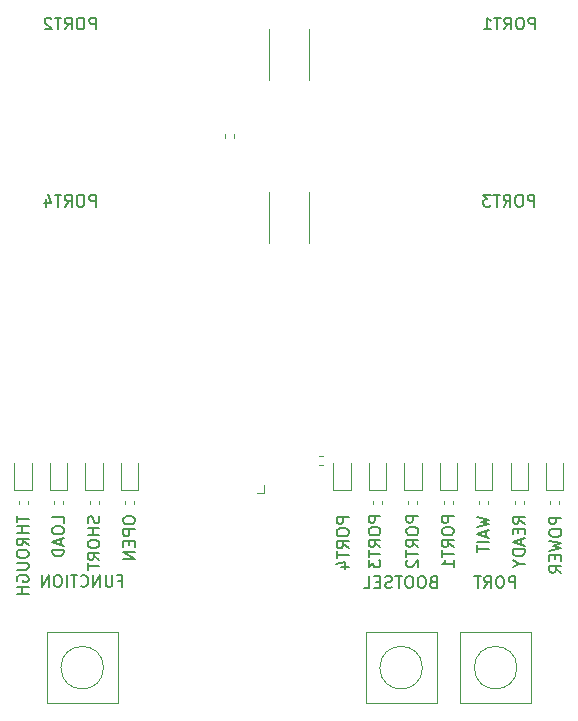
<source format=gbo>
G04 #@! TF.GenerationSoftware,KiCad,Pcbnew,7.0.8-7.0.8~ubuntu22.04.1*
G04 #@! TF.CreationDate,2023-11-30T18:16:29+01:00*
G04 #@! TF.ProjectId,LibreCAL,4c696272-6543-4414-9c2e-6b696361645f,B*
G04 #@! TF.SameCoordinates,Original*
G04 #@! TF.FileFunction,Legend,Bot*
G04 #@! TF.FilePolarity,Positive*
%FSLAX46Y46*%
G04 Gerber Fmt 4.6, Leading zero omitted, Abs format (unit mm)*
G04 Created by KiCad (PCBNEW 7.0.8-7.0.8~ubuntu22.04.1) date 2023-11-30 18:16:29*
%MOMM*%
%LPD*%
G01*
G04 APERTURE LIST*
%ADD10C,0.150000*%
%ADD11C,0.120000*%
G04 APERTURE END LIST*
D10*
X141454819Y-116657143D02*
X140454819Y-116657143D01*
X140454819Y-116657143D02*
X140454819Y-117038095D01*
X140454819Y-117038095D02*
X140502438Y-117133333D01*
X140502438Y-117133333D02*
X140550057Y-117180952D01*
X140550057Y-117180952D02*
X140645295Y-117228571D01*
X140645295Y-117228571D02*
X140788152Y-117228571D01*
X140788152Y-117228571D02*
X140883390Y-117180952D01*
X140883390Y-117180952D02*
X140931009Y-117133333D01*
X140931009Y-117133333D02*
X140978628Y-117038095D01*
X140978628Y-117038095D02*
X140978628Y-116657143D01*
X140454819Y-117847619D02*
X140454819Y-118038095D01*
X140454819Y-118038095D02*
X140502438Y-118133333D01*
X140502438Y-118133333D02*
X140597676Y-118228571D01*
X140597676Y-118228571D02*
X140788152Y-118276190D01*
X140788152Y-118276190D02*
X141121485Y-118276190D01*
X141121485Y-118276190D02*
X141311961Y-118228571D01*
X141311961Y-118228571D02*
X141407200Y-118133333D01*
X141407200Y-118133333D02*
X141454819Y-118038095D01*
X141454819Y-118038095D02*
X141454819Y-117847619D01*
X141454819Y-117847619D02*
X141407200Y-117752381D01*
X141407200Y-117752381D02*
X141311961Y-117657143D01*
X141311961Y-117657143D02*
X141121485Y-117609524D01*
X141121485Y-117609524D02*
X140788152Y-117609524D01*
X140788152Y-117609524D02*
X140597676Y-117657143D01*
X140597676Y-117657143D02*
X140502438Y-117752381D01*
X140502438Y-117752381D02*
X140454819Y-117847619D01*
X141454819Y-119276190D02*
X140978628Y-118942857D01*
X141454819Y-118704762D02*
X140454819Y-118704762D01*
X140454819Y-118704762D02*
X140454819Y-119085714D01*
X140454819Y-119085714D02*
X140502438Y-119180952D01*
X140502438Y-119180952D02*
X140550057Y-119228571D01*
X140550057Y-119228571D02*
X140645295Y-119276190D01*
X140645295Y-119276190D02*
X140788152Y-119276190D01*
X140788152Y-119276190D02*
X140883390Y-119228571D01*
X140883390Y-119228571D02*
X140931009Y-119180952D01*
X140931009Y-119180952D02*
X140978628Y-119085714D01*
X140978628Y-119085714D02*
X140978628Y-118704762D01*
X140454819Y-119561905D02*
X140454819Y-120133333D01*
X141454819Y-119847619D02*
X140454819Y-119847619D01*
X141454819Y-120990476D02*
X141454819Y-120419048D01*
X141454819Y-120704762D02*
X140454819Y-120704762D01*
X140454819Y-120704762D02*
X140597676Y-120609524D01*
X140597676Y-120609524D02*
X140692914Y-120514286D01*
X140692914Y-120514286D02*
X140740533Y-120419048D01*
X146666666Y-122754819D02*
X146666666Y-121754819D01*
X146666666Y-121754819D02*
X146285714Y-121754819D01*
X146285714Y-121754819D02*
X146190476Y-121802438D01*
X146190476Y-121802438D02*
X146142857Y-121850057D01*
X146142857Y-121850057D02*
X146095238Y-121945295D01*
X146095238Y-121945295D02*
X146095238Y-122088152D01*
X146095238Y-122088152D02*
X146142857Y-122183390D01*
X146142857Y-122183390D02*
X146190476Y-122231009D01*
X146190476Y-122231009D02*
X146285714Y-122278628D01*
X146285714Y-122278628D02*
X146666666Y-122278628D01*
X145476190Y-121754819D02*
X145285714Y-121754819D01*
X145285714Y-121754819D02*
X145190476Y-121802438D01*
X145190476Y-121802438D02*
X145095238Y-121897676D01*
X145095238Y-121897676D02*
X145047619Y-122088152D01*
X145047619Y-122088152D02*
X145047619Y-122421485D01*
X145047619Y-122421485D02*
X145095238Y-122611961D01*
X145095238Y-122611961D02*
X145190476Y-122707200D01*
X145190476Y-122707200D02*
X145285714Y-122754819D01*
X145285714Y-122754819D02*
X145476190Y-122754819D01*
X145476190Y-122754819D02*
X145571428Y-122707200D01*
X145571428Y-122707200D02*
X145666666Y-122611961D01*
X145666666Y-122611961D02*
X145714285Y-122421485D01*
X145714285Y-122421485D02*
X145714285Y-122088152D01*
X145714285Y-122088152D02*
X145666666Y-121897676D01*
X145666666Y-121897676D02*
X145571428Y-121802438D01*
X145571428Y-121802438D02*
X145476190Y-121754819D01*
X144047619Y-122754819D02*
X144380952Y-122278628D01*
X144619047Y-122754819D02*
X144619047Y-121754819D01*
X144619047Y-121754819D02*
X144238095Y-121754819D01*
X144238095Y-121754819D02*
X144142857Y-121802438D01*
X144142857Y-121802438D02*
X144095238Y-121850057D01*
X144095238Y-121850057D02*
X144047619Y-121945295D01*
X144047619Y-121945295D02*
X144047619Y-122088152D01*
X144047619Y-122088152D02*
X144095238Y-122183390D01*
X144095238Y-122183390D02*
X144142857Y-122231009D01*
X144142857Y-122231009D02*
X144238095Y-122278628D01*
X144238095Y-122278628D02*
X144619047Y-122278628D01*
X143761904Y-121754819D02*
X143190476Y-121754819D01*
X143476190Y-122754819D02*
X143476190Y-121754819D01*
X132554819Y-116757143D02*
X131554819Y-116757143D01*
X131554819Y-116757143D02*
X131554819Y-117138095D01*
X131554819Y-117138095D02*
X131602438Y-117233333D01*
X131602438Y-117233333D02*
X131650057Y-117280952D01*
X131650057Y-117280952D02*
X131745295Y-117328571D01*
X131745295Y-117328571D02*
X131888152Y-117328571D01*
X131888152Y-117328571D02*
X131983390Y-117280952D01*
X131983390Y-117280952D02*
X132031009Y-117233333D01*
X132031009Y-117233333D02*
X132078628Y-117138095D01*
X132078628Y-117138095D02*
X132078628Y-116757143D01*
X131554819Y-117947619D02*
X131554819Y-118138095D01*
X131554819Y-118138095D02*
X131602438Y-118233333D01*
X131602438Y-118233333D02*
X131697676Y-118328571D01*
X131697676Y-118328571D02*
X131888152Y-118376190D01*
X131888152Y-118376190D02*
X132221485Y-118376190D01*
X132221485Y-118376190D02*
X132411961Y-118328571D01*
X132411961Y-118328571D02*
X132507200Y-118233333D01*
X132507200Y-118233333D02*
X132554819Y-118138095D01*
X132554819Y-118138095D02*
X132554819Y-117947619D01*
X132554819Y-117947619D02*
X132507200Y-117852381D01*
X132507200Y-117852381D02*
X132411961Y-117757143D01*
X132411961Y-117757143D02*
X132221485Y-117709524D01*
X132221485Y-117709524D02*
X131888152Y-117709524D01*
X131888152Y-117709524D02*
X131697676Y-117757143D01*
X131697676Y-117757143D02*
X131602438Y-117852381D01*
X131602438Y-117852381D02*
X131554819Y-117947619D01*
X132554819Y-119376190D02*
X132078628Y-119042857D01*
X132554819Y-118804762D02*
X131554819Y-118804762D01*
X131554819Y-118804762D02*
X131554819Y-119185714D01*
X131554819Y-119185714D02*
X131602438Y-119280952D01*
X131602438Y-119280952D02*
X131650057Y-119328571D01*
X131650057Y-119328571D02*
X131745295Y-119376190D01*
X131745295Y-119376190D02*
X131888152Y-119376190D01*
X131888152Y-119376190D02*
X131983390Y-119328571D01*
X131983390Y-119328571D02*
X132031009Y-119280952D01*
X132031009Y-119280952D02*
X132078628Y-119185714D01*
X132078628Y-119185714D02*
X132078628Y-118804762D01*
X131554819Y-119661905D02*
X131554819Y-120233333D01*
X132554819Y-119947619D02*
X131554819Y-119947619D01*
X131888152Y-120995238D02*
X132554819Y-120995238D01*
X131507200Y-120757143D02*
X132221485Y-120519048D01*
X132221485Y-120519048D02*
X132221485Y-121138095D01*
X104454819Y-116619048D02*
X104454819Y-117190476D01*
X105454819Y-116904762D02*
X104454819Y-116904762D01*
X105454819Y-117523810D02*
X104454819Y-117523810D01*
X104931009Y-117523810D02*
X104931009Y-118095238D01*
X105454819Y-118095238D02*
X104454819Y-118095238D01*
X105454819Y-119142857D02*
X104978628Y-118809524D01*
X105454819Y-118571429D02*
X104454819Y-118571429D01*
X104454819Y-118571429D02*
X104454819Y-118952381D01*
X104454819Y-118952381D02*
X104502438Y-119047619D01*
X104502438Y-119047619D02*
X104550057Y-119095238D01*
X104550057Y-119095238D02*
X104645295Y-119142857D01*
X104645295Y-119142857D02*
X104788152Y-119142857D01*
X104788152Y-119142857D02*
X104883390Y-119095238D01*
X104883390Y-119095238D02*
X104931009Y-119047619D01*
X104931009Y-119047619D02*
X104978628Y-118952381D01*
X104978628Y-118952381D02*
X104978628Y-118571429D01*
X104454819Y-119761905D02*
X104454819Y-119952381D01*
X104454819Y-119952381D02*
X104502438Y-120047619D01*
X104502438Y-120047619D02*
X104597676Y-120142857D01*
X104597676Y-120142857D02*
X104788152Y-120190476D01*
X104788152Y-120190476D02*
X105121485Y-120190476D01*
X105121485Y-120190476D02*
X105311961Y-120142857D01*
X105311961Y-120142857D02*
X105407200Y-120047619D01*
X105407200Y-120047619D02*
X105454819Y-119952381D01*
X105454819Y-119952381D02*
X105454819Y-119761905D01*
X105454819Y-119761905D02*
X105407200Y-119666667D01*
X105407200Y-119666667D02*
X105311961Y-119571429D01*
X105311961Y-119571429D02*
X105121485Y-119523810D01*
X105121485Y-119523810D02*
X104788152Y-119523810D01*
X104788152Y-119523810D02*
X104597676Y-119571429D01*
X104597676Y-119571429D02*
X104502438Y-119666667D01*
X104502438Y-119666667D02*
X104454819Y-119761905D01*
X104454819Y-120619048D02*
X105264342Y-120619048D01*
X105264342Y-120619048D02*
X105359580Y-120666667D01*
X105359580Y-120666667D02*
X105407200Y-120714286D01*
X105407200Y-120714286D02*
X105454819Y-120809524D01*
X105454819Y-120809524D02*
X105454819Y-121000000D01*
X105454819Y-121000000D02*
X105407200Y-121095238D01*
X105407200Y-121095238D02*
X105359580Y-121142857D01*
X105359580Y-121142857D02*
X105264342Y-121190476D01*
X105264342Y-121190476D02*
X104454819Y-121190476D01*
X104502438Y-122190476D02*
X104454819Y-122095238D01*
X104454819Y-122095238D02*
X104454819Y-121952381D01*
X104454819Y-121952381D02*
X104502438Y-121809524D01*
X104502438Y-121809524D02*
X104597676Y-121714286D01*
X104597676Y-121714286D02*
X104692914Y-121666667D01*
X104692914Y-121666667D02*
X104883390Y-121619048D01*
X104883390Y-121619048D02*
X105026247Y-121619048D01*
X105026247Y-121619048D02*
X105216723Y-121666667D01*
X105216723Y-121666667D02*
X105311961Y-121714286D01*
X105311961Y-121714286D02*
X105407200Y-121809524D01*
X105407200Y-121809524D02*
X105454819Y-121952381D01*
X105454819Y-121952381D02*
X105454819Y-122047619D01*
X105454819Y-122047619D02*
X105407200Y-122190476D01*
X105407200Y-122190476D02*
X105359580Y-122238095D01*
X105359580Y-122238095D02*
X105026247Y-122238095D01*
X105026247Y-122238095D02*
X105026247Y-122047619D01*
X105454819Y-122666667D02*
X104454819Y-122666667D01*
X104931009Y-122666667D02*
X104931009Y-123238095D01*
X105454819Y-123238095D02*
X104454819Y-123238095D01*
X143454819Y-116723810D02*
X144454819Y-116961905D01*
X144454819Y-116961905D02*
X143740533Y-117152381D01*
X143740533Y-117152381D02*
X144454819Y-117342857D01*
X144454819Y-117342857D02*
X143454819Y-117580953D01*
X144169104Y-117914286D02*
X144169104Y-118390476D01*
X144454819Y-117819048D02*
X143454819Y-118152381D01*
X143454819Y-118152381D02*
X144454819Y-118485714D01*
X144454819Y-118819048D02*
X143454819Y-118819048D01*
X143454819Y-119152381D02*
X143454819Y-119723809D01*
X144454819Y-119438095D02*
X143454819Y-119438095D01*
X111407200Y-116685714D02*
X111454819Y-116828571D01*
X111454819Y-116828571D02*
X111454819Y-117066666D01*
X111454819Y-117066666D02*
X111407200Y-117161904D01*
X111407200Y-117161904D02*
X111359580Y-117209523D01*
X111359580Y-117209523D02*
X111264342Y-117257142D01*
X111264342Y-117257142D02*
X111169104Y-117257142D01*
X111169104Y-117257142D02*
X111073866Y-117209523D01*
X111073866Y-117209523D02*
X111026247Y-117161904D01*
X111026247Y-117161904D02*
X110978628Y-117066666D01*
X110978628Y-117066666D02*
X110931009Y-116876190D01*
X110931009Y-116876190D02*
X110883390Y-116780952D01*
X110883390Y-116780952D02*
X110835771Y-116733333D01*
X110835771Y-116733333D02*
X110740533Y-116685714D01*
X110740533Y-116685714D02*
X110645295Y-116685714D01*
X110645295Y-116685714D02*
X110550057Y-116733333D01*
X110550057Y-116733333D02*
X110502438Y-116780952D01*
X110502438Y-116780952D02*
X110454819Y-116876190D01*
X110454819Y-116876190D02*
X110454819Y-117114285D01*
X110454819Y-117114285D02*
X110502438Y-117257142D01*
X111454819Y-117685714D02*
X110454819Y-117685714D01*
X110931009Y-117685714D02*
X110931009Y-118257142D01*
X111454819Y-118257142D02*
X110454819Y-118257142D01*
X110454819Y-118923809D02*
X110454819Y-119114285D01*
X110454819Y-119114285D02*
X110502438Y-119209523D01*
X110502438Y-119209523D02*
X110597676Y-119304761D01*
X110597676Y-119304761D02*
X110788152Y-119352380D01*
X110788152Y-119352380D02*
X111121485Y-119352380D01*
X111121485Y-119352380D02*
X111311961Y-119304761D01*
X111311961Y-119304761D02*
X111407200Y-119209523D01*
X111407200Y-119209523D02*
X111454819Y-119114285D01*
X111454819Y-119114285D02*
X111454819Y-118923809D01*
X111454819Y-118923809D02*
X111407200Y-118828571D01*
X111407200Y-118828571D02*
X111311961Y-118733333D01*
X111311961Y-118733333D02*
X111121485Y-118685714D01*
X111121485Y-118685714D02*
X110788152Y-118685714D01*
X110788152Y-118685714D02*
X110597676Y-118733333D01*
X110597676Y-118733333D02*
X110502438Y-118828571D01*
X110502438Y-118828571D02*
X110454819Y-118923809D01*
X111454819Y-120352380D02*
X110978628Y-120019047D01*
X111454819Y-119780952D02*
X110454819Y-119780952D01*
X110454819Y-119780952D02*
X110454819Y-120161904D01*
X110454819Y-120161904D02*
X110502438Y-120257142D01*
X110502438Y-120257142D02*
X110550057Y-120304761D01*
X110550057Y-120304761D02*
X110645295Y-120352380D01*
X110645295Y-120352380D02*
X110788152Y-120352380D01*
X110788152Y-120352380D02*
X110883390Y-120304761D01*
X110883390Y-120304761D02*
X110931009Y-120257142D01*
X110931009Y-120257142D02*
X110978628Y-120161904D01*
X110978628Y-120161904D02*
X110978628Y-119780952D01*
X110454819Y-120638095D02*
X110454819Y-121209523D01*
X111454819Y-120923809D02*
X110454819Y-120923809D01*
X138454819Y-116657143D02*
X137454819Y-116657143D01*
X137454819Y-116657143D02*
X137454819Y-117038095D01*
X137454819Y-117038095D02*
X137502438Y-117133333D01*
X137502438Y-117133333D02*
X137550057Y-117180952D01*
X137550057Y-117180952D02*
X137645295Y-117228571D01*
X137645295Y-117228571D02*
X137788152Y-117228571D01*
X137788152Y-117228571D02*
X137883390Y-117180952D01*
X137883390Y-117180952D02*
X137931009Y-117133333D01*
X137931009Y-117133333D02*
X137978628Y-117038095D01*
X137978628Y-117038095D02*
X137978628Y-116657143D01*
X137454819Y-117847619D02*
X137454819Y-118038095D01*
X137454819Y-118038095D02*
X137502438Y-118133333D01*
X137502438Y-118133333D02*
X137597676Y-118228571D01*
X137597676Y-118228571D02*
X137788152Y-118276190D01*
X137788152Y-118276190D02*
X138121485Y-118276190D01*
X138121485Y-118276190D02*
X138311961Y-118228571D01*
X138311961Y-118228571D02*
X138407200Y-118133333D01*
X138407200Y-118133333D02*
X138454819Y-118038095D01*
X138454819Y-118038095D02*
X138454819Y-117847619D01*
X138454819Y-117847619D02*
X138407200Y-117752381D01*
X138407200Y-117752381D02*
X138311961Y-117657143D01*
X138311961Y-117657143D02*
X138121485Y-117609524D01*
X138121485Y-117609524D02*
X137788152Y-117609524D01*
X137788152Y-117609524D02*
X137597676Y-117657143D01*
X137597676Y-117657143D02*
X137502438Y-117752381D01*
X137502438Y-117752381D02*
X137454819Y-117847619D01*
X138454819Y-119276190D02*
X137978628Y-118942857D01*
X138454819Y-118704762D02*
X137454819Y-118704762D01*
X137454819Y-118704762D02*
X137454819Y-119085714D01*
X137454819Y-119085714D02*
X137502438Y-119180952D01*
X137502438Y-119180952D02*
X137550057Y-119228571D01*
X137550057Y-119228571D02*
X137645295Y-119276190D01*
X137645295Y-119276190D02*
X137788152Y-119276190D01*
X137788152Y-119276190D02*
X137883390Y-119228571D01*
X137883390Y-119228571D02*
X137931009Y-119180952D01*
X137931009Y-119180952D02*
X137978628Y-119085714D01*
X137978628Y-119085714D02*
X137978628Y-118704762D01*
X137454819Y-119561905D02*
X137454819Y-120133333D01*
X138454819Y-119847619D02*
X137454819Y-119847619D01*
X137550057Y-120419048D02*
X137502438Y-120466667D01*
X137502438Y-120466667D02*
X137454819Y-120561905D01*
X137454819Y-120561905D02*
X137454819Y-120800000D01*
X137454819Y-120800000D02*
X137502438Y-120895238D01*
X137502438Y-120895238D02*
X137550057Y-120942857D01*
X137550057Y-120942857D02*
X137645295Y-120990476D01*
X137645295Y-120990476D02*
X137740533Y-120990476D01*
X137740533Y-120990476D02*
X137883390Y-120942857D01*
X137883390Y-120942857D02*
X138454819Y-120371429D01*
X138454819Y-120371429D02*
X138454819Y-120990476D01*
X108454819Y-117257142D02*
X108454819Y-116780952D01*
X108454819Y-116780952D02*
X107454819Y-116780952D01*
X107454819Y-117780952D02*
X107454819Y-117971428D01*
X107454819Y-117971428D02*
X107502438Y-118066666D01*
X107502438Y-118066666D02*
X107597676Y-118161904D01*
X107597676Y-118161904D02*
X107788152Y-118209523D01*
X107788152Y-118209523D02*
X108121485Y-118209523D01*
X108121485Y-118209523D02*
X108311961Y-118161904D01*
X108311961Y-118161904D02*
X108407200Y-118066666D01*
X108407200Y-118066666D02*
X108454819Y-117971428D01*
X108454819Y-117971428D02*
X108454819Y-117780952D01*
X108454819Y-117780952D02*
X108407200Y-117685714D01*
X108407200Y-117685714D02*
X108311961Y-117590476D01*
X108311961Y-117590476D02*
X108121485Y-117542857D01*
X108121485Y-117542857D02*
X107788152Y-117542857D01*
X107788152Y-117542857D02*
X107597676Y-117590476D01*
X107597676Y-117590476D02*
X107502438Y-117685714D01*
X107502438Y-117685714D02*
X107454819Y-117780952D01*
X108169104Y-118590476D02*
X108169104Y-119066666D01*
X108454819Y-118495238D02*
X107454819Y-118828571D01*
X107454819Y-118828571D02*
X108454819Y-119161904D01*
X108454819Y-119495238D02*
X107454819Y-119495238D01*
X107454819Y-119495238D02*
X107454819Y-119733333D01*
X107454819Y-119733333D02*
X107502438Y-119876190D01*
X107502438Y-119876190D02*
X107597676Y-119971428D01*
X107597676Y-119971428D02*
X107692914Y-120019047D01*
X107692914Y-120019047D02*
X107883390Y-120066666D01*
X107883390Y-120066666D02*
X108026247Y-120066666D01*
X108026247Y-120066666D02*
X108216723Y-120019047D01*
X108216723Y-120019047D02*
X108311961Y-119971428D01*
X108311961Y-119971428D02*
X108407200Y-119876190D01*
X108407200Y-119876190D02*
X108454819Y-119733333D01*
X108454819Y-119733333D02*
X108454819Y-119495238D01*
X113454819Y-116928571D02*
X113454819Y-117119047D01*
X113454819Y-117119047D02*
X113502438Y-117214285D01*
X113502438Y-117214285D02*
X113597676Y-117309523D01*
X113597676Y-117309523D02*
X113788152Y-117357142D01*
X113788152Y-117357142D02*
X114121485Y-117357142D01*
X114121485Y-117357142D02*
X114311961Y-117309523D01*
X114311961Y-117309523D02*
X114407200Y-117214285D01*
X114407200Y-117214285D02*
X114454819Y-117119047D01*
X114454819Y-117119047D02*
X114454819Y-116928571D01*
X114454819Y-116928571D02*
X114407200Y-116833333D01*
X114407200Y-116833333D02*
X114311961Y-116738095D01*
X114311961Y-116738095D02*
X114121485Y-116690476D01*
X114121485Y-116690476D02*
X113788152Y-116690476D01*
X113788152Y-116690476D02*
X113597676Y-116738095D01*
X113597676Y-116738095D02*
X113502438Y-116833333D01*
X113502438Y-116833333D02*
X113454819Y-116928571D01*
X114454819Y-117785714D02*
X113454819Y-117785714D01*
X113454819Y-117785714D02*
X113454819Y-118166666D01*
X113454819Y-118166666D02*
X113502438Y-118261904D01*
X113502438Y-118261904D02*
X113550057Y-118309523D01*
X113550057Y-118309523D02*
X113645295Y-118357142D01*
X113645295Y-118357142D02*
X113788152Y-118357142D01*
X113788152Y-118357142D02*
X113883390Y-118309523D01*
X113883390Y-118309523D02*
X113931009Y-118261904D01*
X113931009Y-118261904D02*
X113978628Y-118166666D01*
X113978628Y-118166666D02*
X113978628Y-117785714D01*
X113931009Y-118785714D02*
X113931009Y-119119047D01*
X114454819Y-119261904D02*
X114454819Y-118785714D01*
X114454819Y-118785714D02*
X113454819Y-118785714D01*
X113454819Y-118785714D02*
X113454819Y-119261904D01*
X114454819Y-119690476D02*
X113454819Y-119690476D01*
X113454819Y-119690476D02*
X114454819Y-120261904D01*
X114454819Y-120261904D02*
X113454819Y-120261904D01*
X148342856Y-75454819D02*
X148342856Y-74454819D01*
X148342856Y-74454819D02*
X147961904Y-74454819D01*
X147961904Y-74454819D02*
X147866666Y-74502438D01*
X147866666Y-74502438D02*
X147819047Y-74550057D01*
X147819047Y-74550057D02*
X147771428Y-74645295D01*
X147771428Y-74645295D02*
X147771428Y-74788152D01*
X147771428Y-74788152D02*
X147819047Y-74883390D01*
X147819047Y-74883390D02*
X147866666Y-74931009D01*
X147866666Y-74931009D02*
X147961904Y-74978628D01*
X147961904Y-74978628D02*
X148342856Y-74978628D01*
X147152380Y-74454819D02*
X146961904Y-74454819D01*
X146961904Y-74454819D02*
X146866666Y-74502438D01*
X146866666Y-74502438D02*
X146771428Y-74597676D01*
X146771428Y-74597676D02*
X146723809Y-74788152D01*
X146723809Y-74788152D02*
X146723809Y-75121485D01*
X146723809Y-75121485D02*
X146771428Y-75311961D01*
X146771428Y-75311961D02*
X146866666Y-75407200D01*
X146866666Y-75407200D02*
X146961904Y-75454819D01*
X146961904Y-75454819D02*
X147152380Y-75454819D01*
X147152380Y-75454819D02*
X147247618Y-75407200D01*
X147247618Y-75407200D02*
X147342856Y-75311961D01*
X147342856Y-75311961D02*
X147390475Y-75121485D01*
X147390475Y-75121485D02*
X147390475Y-74788152D01*
X147390475Y-74788152D02*
X147342856Y-74597676D01*
X147342856Y-74597676D02*
X147247618Y-74502438D01*
X147247618Y-74502438D02*
X147152380Y-74454819D01*
X145723809Y-75454819D02*
X146057142Y-74978628D01*
X146295237Y-75454819D02*
X146295237Y-74454819D01*
X146295237Y-74454819D02*
X145914285Y-74454819D01*
X145914285Y-74454819D02*
X145819047Y-74502438D01*
X145819047Y-74502438D02*
X145771428Y-74550057D01*
X145771428Y-74550057D02*
X145723809Y-74645295D01*
X145723809Y-74645295D02*
X145723809Y-74788152D01*
X145723809Y-74788152D02*
X145771428Y-74883390D01*
X145771428Y-74883390D02*
X145819047Y-74931009D01*
X145819047Y-74931009D02*
X145914285Y-74978628D01*
X145914285Y-74978628D02*
X146295237Y-74978628D01*
X145438094Y-74454819D02*
X144866666Y-74454819D01*
X145152380Y-75454819D02*
X145152380Y-74454819D01*
X144009523Y-75454819D02*
X144580951Y-75454819D01*
X144295237Y-75454819D02*
X144295237Y-74454819D01*
X144295237Y-74454819D02*
X144390475Y-74597676D01*
X144390475Y-74597676D02*
X144485713Y-74692914D01*
X144485713Y-74692914D02*
X144580951Y-74740533D01*
X150554819Y-116790476D02*
X149554819Y-116790476D01*
X149554819Y-116790476D02*
X149554819Y-117171428D01*
X149554819Y-117171428D02*
X149602438Y-117266666D01*
X149602438Y-117266666D02*
X149650057Y-117314285D01*
X149650057Y-117314285D02*
X149745295Y-117361904D01*
X149745295Y-117361904D02*
X149888152Y-117361904D01*
X149888152Y-117361904D02*
X149983390Y-117314285D01*
X149983390Y-117314285D02*
X150031009Y-117266666D01*
X150031009Y-117266666D02*
X150078628Y-117171428D01*
X150078628Y-117171428D02*
X150078628Y-116790476D01*
X149554819Y-117980952D02*
X149554819Y-118171428D01*
X149554819Y-118171428D02*
X149602438Y-118266666D01*
X149602438Y-118266666D02*
X149697676Y-118361904D01*
X149697676Y-118361904D02*
X149888152Y-118409523D01*
X149888152Y-118409523D02*
X150221485Y-118409523D01*
X150221485Y-118409523D02*
X150411961Y-118361904D01*
X150411961Y-118361904D02*
X150507200Y-118266666D01*
X150507200Y-118266666D02*
X150554819Y-118171428D01*
X150554819Y-118171428D02*
X150554819Y-117980952D01*
X150554819Y-117980952D02*
X150507200Y-117885714D01*
X150507200Y-117885714D02*
X150411961Y-117790476D01*
X150411961Y-117790476D02*
X150221485Y-117742857D01*
X150221485Y-117742857D02*
X149888152Y-117742857D01*
X149888152Y-117742857D02*
X149697676Y-117790476D01*
X149697676Y-117790476D02*
X149602438Y-117885714D01*
X149602438Y-117885714D02*
X149554819Y-117980952D01*
X149554819Y-118742857D02*
X150554819Y-118980952D01*
X150554819Y-118980952D02*
X149840533Y-119171428D01*
X149840533Y-119171428D02*
X150554819Y-119361904D01*
X150554819Y-119361904D02*
X149554819Y-119600000D01*
X150031009Y-119980952D02*
X150031009Y-120314285D01*
X150554819Y-120457142D02*
X150554819Y-119980952D01*
X150554819Y-119980952D02*
X149554819Y-119980952D01*
X149554819Y-119980952D02*
X149554819Y-120457142D01*
X150554819Y-121457142D02*
X150078628Y-121123809D01*
X150554819Y-120885714D02*
X149554819Y-120885714D01*
X149554819Y-120885714D02*
X149554819Y-121266666D01*
X149554819Y-121266666D02*
X149602438Y-121361904D01*
X149602438Y-121361904D02*
X149650057Y-121409523D01*
X149650057Y-121409523D02*
X149745295Y-121457142D01*
X149745295Y-121457142D02*
X149888152Y-121457142D01*
X149888152Y-121457142D02*
X149983390Y-121409523D01*
X149983390Y-121409523D02*
X150031009Y-121361904D01*
X150031009Y-121361904D02*
X150078628Y-121266666D01*
X150078628Y-121266666D02*
X150078628Y-120885714D01*
X111142856Y-90454819D02*
X111142856Y-89454819D01*
X111142856Y-89454819D02*
X110761904Y-89454819D01*
X110761904Y-89454819D02*
X110666666Y-89502438D01*
X110666666Y-89502438D02*
X110619047Y-89550057D01*
X110619047Y-89550057D02*
X110571428Y-89645295D01*
X110571428Y-89645295D02*
X110571428Y-89788152D01*
X110571428Y-89788152D02*
X110619047Y-89883390D01*
X110619047Y-89883390D02*
X110666666Y-89931009D01*
X110666666Y-89931009D02*
X110761904Y-89978628D01*
X110761904Y-89978628D02*
X111142856Y-89978628D01*
X109952380Y-89454819D02*
X109761904Y-89454819D01*
X109761904Y-89454819D02*
X109666666Y-89502438D01*
X109666666Y-89502438D02*
X109571428Y-89597676D01*
X109571428Y-89597676D02*
X109523809Y-89788152D01*
X109523809Y-89788152D02*
X109523809Y-90121485D01*
X109523809Y-90121485D02*
X109571428Y-90311961D01*
X109571428Y-90311961D02*
X109666666Y-90407200D01*
X109666666Y-90407200D02*
X109761904Y-90454819D01*
X109761904Y-90454819D02*
X109952380Y-90454819D01*
X109952380Y-90454819D02*
X110047618Y-90407200D01*
X110047618Y-90407200D02*
X110142856Y-90311961D01*
X110142856Y-90311961D02*
X110190475Y-90121485D01*
X110190475Y-90121485D02*
X110190475Y-89788152D01*
X110190475Y-89788152D02*
X110142856Y-89597676D01*
X110142856Y-89597676D02*
X110047618Y-89502438D01*
X110047618Y-89502438D02*
X109952380Y-89454819D01*
X108523809Y-90454819D02*
X108857142Y-89978628D01*
X109095237Y-90454819D02*
X109095237Y-89454819D01*
X109095237Y-89454819D02*
X108714285Y-89454819D01*
X108714285Y-89454819D02*
X108619047Y-89502438D01*
X108619047Y-89502438D02*
X108571428Y-89550057D01*
X108571428Y-89550057D02*
X108523809Y-89645295D01*
X108523809Y-89645295D02*
X108523809Y-89788152D01*
X108523809Y-89788152D02*
X108571428Y-89883390D01*
X108571428Y-89883390D02*
X108619047Y-89931009D01*
X108619047Y-89931009D02*
X108714285Y-89978628D01*
X108714285Y-89978628D02*
X109095237Y-89978628D01*
X108238094Y-89454819D02*
X107666666Y-89454819D01*
X107952380Y-90454819D02*
X107952380Y-89454819D01*
X106904761Y-89788152D02*
X106904761Y-90454819D01*
X107142856Y-89407200D02*
X107380951Y-90121485D01*
X107380951Y-90121485D02*
X106761904Y-90121485D01*
X147454819Y-117299999D02*
X146978628Y-116966666D01*
X147454819Y-116728571D02*
X146454819Y-116728571D01*
X146454819Y-116728571D02*
X146454819Y-117109523D01*
X146454819Y-117109523D02*
X146502438Y-117204761D01*
X146502438Y-117204761D02*
X146550057Y-117252380D01*
X146550057Y-117252380D02*
X146645295Y-117299999D01*
X146645295Y-117299999D02*
X146788152Y-117299999D01*
X146788152Y-117299999D02*
X146883390Y-117252380D01*
X146883390Y-117252380D02*
X146931009Y-117204761D01*
X146931009Y-117204761D02*
X146978628Y-117109523D01*
X146978628Y-117109523D02*
X146978628Y-116728571D01*
X146931009Y-117728571D02*
X146931009Y-118061904D01*
X147454819Y-118204761D02*
X147454819Y-117728571D01*
X147454819Y-117728571D02*
X146454819Y-117728571D01*
X146454819Y-117728571D02*
X146454819Y-118204761D01*
X147169104Y-118585714D02*
X147169104Y-119061904D01*
X147454819Y-118490476D02*
X146454819Y-118823809D01*
X146454819Y-118823809D02*
X147454819Y-119157142D01*
X147454819Y-119490476D02*
X146454819Y-119490476D01*
X146454819Y-119490476D02*
X146454819Y-119728571D01*
X146454819Y-119728571D02*
X146502438Y-119871428D01*
X146502438Y-119871428D02*
X146597676Y-119966666D01*
X146597676Y-119966666D02*
X146692914Y-120014285D01*
X146692914Y-120014285D02*
X146883390Y-120061904D01*
X146883390Y-120061904D02*
X147026247Y-120061904D01*
X147026247Y-120061904D02*
X147216723Y-120014285D01*
X147216723Y-120014285D02*
X147311961Y-119966666D01*
X147311961Y-119966666D02*
X147407200Y-119871428D01*
X147407200Y-119871428D02*
X147454819Y-119728571D01*
X147454819Y-119728571D02*
X147454819Y-119490476D01*
X146978628Y-120680952D02*
X147454819Y-120680952D01*
X146454819Y-120347619D02*
X146978628Y-120680952D01*
X146978628Y-120680952D02*
X146454819Y-121014285D01*
X139690476Y-122231009D02*
X139547619Y-122278628D01*
X139547619Y-122278628D02*
X139500000Y-122326247D01*
X139500000Y-122326247D02*
X139452381Y-122421485D01*
X139452381Y-122421485D02*
X139452381Y-122564342D01*
X139452381Y-122564342D02*
X139500000Y-122659580D01*
X139500000Y-122659580D02*
X139547619Y-122707200D01*
X139547619Y-122707200D02*
X139642857Y-122754819D01*
X139642857Y-122754819D02*
X140023809Y-122754819D01*
X140023809Y-122754819D02*
X140023809Y-121754819D01*
X140023809Y-121754819D02*
X139690476Y-121754819D01*
X139690476Y-121754819D02*
X139595238Y-121802438D01*
X139595238Y-121802438D02*
X139547619Y-121850057D01*
X139547619Y-121850057D02*
X139500000Y-121945295D01*
X139500000Y-121945295D02*
X139500000Y-122040533D01*
X139500000Y-122040533D02*
X139547619Y-122135771D01*
X139547619Y-122135771D02*
X139595238Y-122183390D01*
X139595238Y-122183390D02*
X139690476Y-122231009D01*
X139690476Y-122231009D02*
X140023809Y-122231009D01*
X138833333Y-121754819D02*
X138642857Y-121754819D01*
X138642857Y-121754819D02*
X138547619Y-121802438D01*
X138547619Y-121802438D02*
X138452381Y-121897676D01*
X138452381Y-121897676D02*
X138404762Y-122088152D01*
X138404762Y-122088152D02*
X138404762Y-122421485D01*
X138404762Y-122421485D02*
X138452381Y-122611961D01*
X138452381Y-122611961D02*
X138547619Y-122707200D01*
X138547619Y-122707200D02*
X138642857Y-122754819D01*
X138642857Y-122754819D02*
X138833333Y-122754819D01*
X138833333Y-122754819D02*
X138928571Y-122707200D01*
X138928571Y-122707200D02*
X139023809Y-122611961D01*
X139023809Y-122611961D02*
X139071428Y-122421485D01*
X139071428Y-122421485D02*
X139071428Y-122088152D01*
X139071428Y-122088152D02*
X139023809Y-121897676D01*
X139023809Y-121897676D02*
X138928571Y-121802438D01*
X138928571Y-121802438D02*
X138833333Y-121754819D01*
X137785714Y-121754819D02*
X137595238Y-121754819D01*
X137595238Y-121754819D02*
X137500000Y-121802438D01*
X137500000Y-121802438D02*
X137404762Y-121897676D01*
X137404762Y-121897676D02*
X137357143Y-122088152D01*
X137357143Y-122088152D02*
X137357143Y-122421485D01*
X137357143Y-122421485D02*
X137404762Y-122611961D01*
X137404762Y-122611961D02*
X137500000Y-122707200D01*
X137500000Y-122707200D02*
X137595238Y-122754819D01*
X137595238Y-122754819D02*
X137785714Y-122754819D01*
X137785714Y-122754819D02*
X137880952Y-122707200D01*
X137880952Y-122707200D02*
X137976190Y-122611961D01*
X137976190Y-122611961D02*
X138023809Y-122421485D01*
X138023809Y-122421485D02*
X138023809Y-122088152D01*
X138023809Y-122088152D02*
X137976190Y-121897676D01*
X137976190Y-121897676D02*
X137880952Y-121802438D01*
X137880952Y-121802438D02*
X137785714Y-121754819D01*
X137071428Y-121754819D02*
X136500000Y-121754819D01*
X136785714Y-122754819D02*
X136785714Y-121754819D01*
X136214285Y-122707200D02*
X136071428Y-122754819D01*
X136071428Y-122754819D02*
X135833333Y-122754819D01*
X135833333Y-122754819D02*
X135738095Y-122707200D01*
X135738095Y-122707200D02*
X135690476Y-122659580D01*
X135690476Y-122659580D02*
X135642857Y-122564342D01*
X135642857Y-122564342D02*
X135642857Y-122469104D01*
X135642857Y-122469104D02*
X135690476Y-122373866D01*
X135690476Y-122373866D02*
X135738095Y-122326247D01*
X135738095Y-122326247D02*
X135833333Y-122278628D01*
X135833333Y-122278628D02*
X136023809Y-122231009D01*
X136023809Y-122231009D02*
X136119047Y-122183390D01*
X136119047Y-122183390D02*
X136166666Y-122135771D01*
X136166666Y-122135771D02*
X136214285Y-122040533D01*
X136214285Y-122040533D02*
X136214285Y-121945295D01*
X136214285Y-121945295D02*
X136166666Y-121850057D01*
X136166666Y-121850057D02*
X136119047Y-121802438D01*
X136119047Y-121802438D02*
X136023809Y-121754819D01*
X136023809Y-121754819D02*
X135785714Y-121754819D01*
X135785714Y-121754819D02*
X135642857Y-121802438D01*
X135214285Y-122231009D02*
X134880952Y-122231009D01*
X134738095Y-122754819D02*
X135214285Y-122754819D01*
X135214285Y-122754819D02*
X135214285Y-121754819D01*
X135214285Y-121754819D02*
X134738095Y-121754819D01*
X133833333Y-122754819D02*
X134309523Y-122754819D01*
X134309523Y-122754819D02*
X134309523Y-121754819D01*
X113071428Y-122131009D02*
X113404761Y-122131009D01*
X113404761Y-122654819D02*
X113404761Y-121654819D01*
X113404761Y-121654819D02*
X112928571Y-121654819D01*
X112547618Y-121654819D02*
X112547618Y-122464342D01*
X112547618Y-122464342D02*
X112499999Y-122559580D01*
X112499999Y-122559580D02*
X112452380Y-122607200D01*
X112452380Y-122607200D02*
X112357142Y-122654819D01*
X112357142Y-122654819D02*
X112166666Y-122654819D01*
X112166666Y-122654819D02*
X112071428Y-122607200D01*
X112071428Y-122607200D02*
X112023809Y-122559580D01*
X112023809Y-122559580D02*
X111976190Y-122464342D01*
X111976190Y-122464342D02*
X111976190Y-121654819D01*
X111499999Y-122654819D02*
X111499999Y-121654819D01*
X111499999Y-121654819D02*
X110928571Y-122654819D01*
X110928571Y-122654819D02*
X110928571Y-121654819D01*
X109880952Y-122559580D02*
X109928571Y-122607200D01*
X109928571Y-122607200D02*
X110071428Y-122654819D01*
X110071428Y-122654819D02*
X110166666Y-122654819D01*
X110166666Y-122654819D02*
X110309523Y-122607200D01*
X110309523Y-122607200D02*
X110404761Y-122511961D01*
X110404761Y-122511961D02*
X110452380Y-122416723D01*
X110452380Y-122416723D02*
X110499999Y-122226247D01*
X110499999Y-122226247D02*
X110499999Y-122083390D01*
X110499999Y-122083390D02*
X110452380Y-121892914D01*
X110452380Y-121892914D02*
X110404761Y-121797676D01*
X110404761Y-121797676D02*
X110309523Y-121702438D01*
X110309523Y-121702438D02*
X110166666Y-121654819D01*
X110166666Y-121654819D02*
X110071428Y-121654819D01*
X110071428Y-121654819D02*
X109928571Y-121702438D01*
X109928571Y-121702438D02*
X109880952Y-121750057D01*
X109595237Y-121654819D02*
X109023809Y-121654819D01*
X109309523Y-122654819D02*
X109309523Y-121654819D01*
X108690475Y-122654819D02*
X108690475Y-121654819D01*
X108023809Y-121654819D02*
X107833333Y-121654819D01*
X107833333Y-121654819D02*
X107738095Y-121702438D01*
X107738095Y-121702438D02*
X107642857Y-121797676D01*
X107642857Y-121797676D02*
X107595238Y-121988152D01*
X107595238Y-121988152D02*
X107595238Y-122321485D01*
X107595238Y-122321485D02*
X107642857Y-122511961D01*
X107642857Y-122511961D02*
X107738095Y-122607200D01*
X107738095Y-122607200D02*
X107833333Y-122654819D01*
X107833333Y-122654819D02*
X108023809Y-122654819D01*
X108023809Y-122654819D02*
X108119047Y-122607200D01*
X108119047Y-122607200D02*
X108214285Y-122511961D01*
X108214285Y-122511961D02*
X108261904Y-122321485D01*
X108261904Y-122321485D02*
X108261904Y-121988152D01*
X108261904Y-121988152D02*
X108214285Y-121797676D01*
X108214285Y-121797676D02*
X108119047Y-121702438D01*
X108119047Y-121702438D02*
X108023809Y-121654819D01*
X107166666Y-122654819D02*
X107166666Y-121654819D01*
X107166666Y-121654819D02*
X106595238Y-122654819D01*
X106595238Y-122654819D02*
X106595238Y-121654819D01*
X135254819Y-116657143D02*
X134254819Y-116657143D01*
X134254819Y-116657143D02*
X134254819Y-117038095D01*
X134254819Y-117038095D02*
X134302438Y-117133333D01*
X134302438Y-117133333D02*
X134350057Y-117180952D01*
X134350057Y-117180952D02*
X134445295Y-117228571D01*
X134445295Y-117228571D02*
X134588152Y-117228571D01*
X134588152Y-117228571D02*
X134683390Y-117180952D01*
X134683390Y-117180952D02*
X134731009Y-117133333D01*
X134731009Y-117133333D02*
X134778628Y-117038095D01*
X134778628Y-117038095D02*
X134778628Y-116657143D01*
X134254819Y-117847619D02*
X134254819Y-118038095D01*
X134254819Y-118038095D02*
X134302438Y-118133333D01*
X134302438Y-118133333D02*
X134397676Y-118228571D01*
X134397676Y-118228571D02*
X134588152Y-118276190D01*
X134588152Y-118276190D02*
X134921485Y-118276190D01*
X134921485Y-118276190D02*
X135111961Y-118228571D01*
X135111961Y-118228571D02*
X135207200Y-118133333D01*
X135207200Y-118133333D02*
X135254819Y-118038095D01*
X135254819Y-118038095D02*
X135254819Y-117847619D01*
X135254819Y-117847619D02*
X135207200Y-117752381D01*
X135207200Y-117752381D02*
X135111961Y-117657143D01*
X135111961Y-117657143D02*
X134921485Y-117609524D01*
X134921485Y-117609524D02*
X134588152Y-117609524D01*
X134588152Y-117609524D02*
X134397676Y-117657143D01*
X134397676Y-117657143D02*
X134302438Y-117752381D01*
X134302438Y-117752381D02*
X134254819Y-117847619D01*
X135254819Y-119276190D02*
X134778628Y-118942857D01*
X135254819Y-118704762D02*
X134254819Y-118704762D01*
X134254819Y-118704762D02*
X134254819Y-119085714D01*
X134254819Y-119085714D02*
X134302438Y-119180952D01*
X134302438Y-119180952D02*
X134350057Y-119228571D01*
X134350057Y-119228571D02*
X134445295Y-119276190D01*
X134445295Y-119276190D02*
X134588152Y-119276190D01*
X134588152Y-119276190D02*
X134683390Y-119228571D01*
X134683390Y-119228571D02*
X134731009Y-119180952D01*
X134731009Y-119180952D02*
X134778628Y-119085714D01*
X134778628Y-119085714D02*
X134778628Y-118704762D01*
X134254819Y-119561905D02*
X134254819Y-120133333D01*
X135254819Y-119847619D02*
X134254819Y-119847619D01*
X134254819Y-120371429D02*
X134254819Y-120990476D01*
X134254819Y-120990476D02*
X134635771Y-120657143D01*
X134635771Y-120657143D02*
X134635771Y-120800000D01*
X134635771Y-120800000D02*
X134683390Y-120895238D01*
X134683390Y-120895238D02*
X134731009Y-120942857D01*
X134731009Y-120942857D02*
X134826247Y-120990476D01*
X134826247Y-120990476D02*
X135064342Y-120990476D01*
X135064342Y-120990476D02*
X135159580Y-120942857D01*
X135159580Y-120942857D02*
X135207200Y-120895238D01*
X135207200Y-120895238D02*
X135254819Y-120800000D01*
X135254819Y-120800000D02*
X135254819Y-120514286D01*
X135254819Y-120514286D02*
X135207200Y-120419048D01*
X135207200Y-120419048D02*
X135159580Y-120371429D01*
X148292856Y-90454819D02*
X148292856Y-89454819D01*
X148292856Y-89454819D02*
X147911904Y-89454819D01*
X147911904Y-89454819D02*
X147816666Y-89502438D01*
X147816666Y-89502438D02*
X147769047Y-89550057D01*
X147769047Y-89550057D02*
X147721428Y-89645295D01*
X147721428Y-89645295D02*
X147721428Y-89788152D01*
X147721428Y-89788152D02*
X147769047Y-89883390D01*
X147769047Y-89883390D02*
X147816666Y-89931009D01*
X147816666Y-89931009D02*
X147911904Y-89978628D01*
X147911904Y-89978628D02*
X148292856Y-89978628D01*
X147102380Y-89454819D02*
X146911904Y-89454819D01*
X146911904Y-89454819D02*
X146816666Y-89502438D01*
X146816666Y-89502438D02*
X146721428Y-89597676D01*
X146721428Y-89597676D02*
X146673809Y-89788152D01*
X146673809Y-89788152D02*
X146673809Y-90121485D01*
X146673809Y-90121485D02*
X146721428Y-90311961D01*
X146721428Y-90311961D02*
X146816666Y-90407200D01*
X146816666Y-90407200D02*
X146911904Y-90454819D01*
X146911904Y-90454819D02*
X147102380Y-90454819D01*
X147102380Y-90454819D02*
X147197618Y-90407200D01*
X147197618Y-90407200D02*
X147292856Y-90311961D01*
X147292856Y-90311961D02*
X147340475Y-90121485D01*
X147340475Y-90121485D02*
X147340475Y-89788152D01*
X147340475Y-89788152D02*
X147292856Y-89597676D01*
X147292856Y-89597676D02*
X147197618Y-89502438D01*
X147197618Y-89502438D02*
X147102380Y-89454819D01*
X145673809Y-90454819D02*
X146007142Y-89978628D01*
X146245237Y-90454819D02*
X146245237Y-89454819D01*
X146245237Y-89454819D02*
X145864285Y-89454819D01*
X145864285Y-89454819D02*
X145769047Y-89502438D01*
X145769047Y-89502438D02*
X145721428Y-89550057D01*
X145721428Y-89550057D02*
X145673809Y-89645295D01*
X145673809Y-89645295D02*
X145673809Y-89788152D01*
X145673809Y-89788152D02*
X145721428Y-89883390D01*
X145721428Y-89883390D02*
X145769047Y-89931009D01*
X145769047Y-89931009D02*
X145864285Y-89978628D01*
X145864285Y-89978628D02*
X146245237Y-89978628D01*
X145388094Y-89454819D02*
X144816666Y-89454819D01*
X145102380Y-90454819D02*
X145102380Y-89454819D01*
X144578570Y-89454819D02*
X143959523Y-89454819D01*
X143959523Y-89454819D02*
X144292856Y-89835771D01*
X144292856Y-89835771D02*
X144149999Y-89835771D01*
X144149999Y-89835771D02*
X144054761Y-89883390D01*
X144054761Y-89883390D02*
X144007142Y-89931009D01*
X144007142Y-89931009D02*
X143959523Y-90026247D01*
X143959523Y-90026247D02*
X143959523Y-90264342D01*
X143959523Y-90264342D02*
X144007142Y-90359580D01*
X144007142Y-90359580D02*
X144054761Y-90407200D01*
X144054761Y-90407200D02*
X144149999Y-90454819D01*
X144149999Y-90454819D02*
X144435713Y-90454819D01*
X144435713Y-90454819D02*
X144530951Y-90407200D01*
X144530951Y-90407200D02*
X144578570Y-90359580D01*
X111142856Y-75454819D02*
X111142856Y-74454819D01*
X111142856Y-74454819D02*
X110761904Y-74454819D01*
X110761904Y-74454819D02*
X110666666Y-74502438D01*
X110666666Y-74502438D02*
X110619047Y-74550057D01*
X110619047Y-74550057D02*
X110571428Y-74645295D01*
X110571428Y-74645295D02*
X110571428Y-74788152D01*
X110571428Y-74788152D02*
X110619047Y-74883390D01*
X110619047Y-74883390D02*
X110666666Y-74931009D01*
X110666666Y-74931009D02*
X110761904Y-74978628D01*
X110761904Y-74978628D02*
X111142856Y-74978628D01*
X109952380Y-74454819D02*
X109761904Y-74454819D01*
X109761904Y-74454819D02*
X109666666Y-74502438D01*
X109666666Y-74502438D02*
X109571428Y-74597676D01*
X109571428Y-74597676D02*
X109523809Y-74788152D01*
X109523809Y-74788152D02*
X109523809Y-75121485D01*
X109523809Y-75121485D02*
X109571428Y-75311961D01*
X109571428Y-75311961D02*
X109666666Y-75407200D01*
X109666666Y-75407200D02*
X109761904Y-75454819D01*
X109761904Y-75454819D02*
X109952380Y-75454819D01*
X109952380Y-75454819D02*
X110047618Y-75407200D01*
X110047618Y-75407200D02*
X110142856Y-75311961D01*
X110142856Y-75311961D02*
X110190475Y-75121485D01*
X110190475Y-75121485D02*
X110190475Y-74788152D01*
X110190475Y-74788152D02*
X110142856Y-74597676D01*
X110142856Y-74597676D02*
X110047618Y-74502438D01*
X110047618Y-74502438D02*
X109952380Y-74454819D01*
X108523809Y-75454819D02*
X108857142Y-74978628D01*
X109095237Y-75454819D02*
X109095237Y-74454819D01*
X109095237Y-74454819D02*
X108714285Y-74454819D01*
X108714285Y-74454819D02*
X108619047Y-74502438D01*
X108619047Y-74502438D02*
X108571428Y-74550057D01*
X108571428Y-74550057D02*
X108523809Y-74645295D01*
X108523809Y-74645295D02*
X108523809Y-74788152D01*
X108523809Y-74788152D02*
X108571428Y-74883390D01*
X108571428Y-74883390D02*
X108619047Y-74931009D01*
X108619047Y-74931009D02*
X108714285Y-74978628D01*
X108714285Y-74978628D02*
X109095237Y-74978628D01*
X108238094Y-74454819D02*
X107666666Y-74454819D01*
X107952380Y-75454819D02*
X107952380Y-74454819D01*
X107380951Y-74550057D02*
X107333332Y-74502438D01*
X107333332Y-74502438D02*
X107238094Y-74454819D01*
X107238094Y-74454819D02*
X106999999Y-74454819D01*
X106999999Y-74454819D02*
X106904761Y-74502438D01*
X106904761Y-74502438D02*
X106857142Y-74550057D01*
X106857142Y-74550057D02*
X106809523Y-74645295D01*
X106809523Y-74645295D02*
X106809523Y-74740533D01*
X106809523Y-74740533D02*
X106857142Y-74883390D01*
X106857142Y-74883390D02*
X107428570Y-75454819D01*
X107428570Y-75454819D02*
X106809523Y-75454819D01*
D11*
G04 #@! TO.C,R9*
X125790000Y-79777064D02*
X125790000Y-75422936D01*
X129210000Y-79777064D02*
X129210000Y-75422936D01*
G04 #@! TO.C,R22*
X141380000Y-115346359D02*
X141380000Y-115653641D01*
X140620000Y-115346359D02*
X140620000Y-115653641D01*
G04 #@! TO.C,D1*
X149265000Y-114485000D02*
X149265000Y-112200000D01*
X150735000Y-114485000D02*
X149265000Y-114485000D01*
X150735000Y-112200000D02*
X150735000Y-114485000D01*
G04 #@! TO.C,D8*
X137265000Y-114485000D02*
X137265000Y-112200000D01*
X138735000Y-114485000D02*
X137265000Y-114485000D01*
X138735000Y-112200000D02*
X138735000Y-114485000D01*
G04 #@! TO.C,R18*
X111380000Y-115346359D02*
X111380000Y-115653641D01*
X110620000Y-115346359D02*
X110620000Y-115653641D01*
G04 #@! TO.C,R24*
X135380000Y-115346359D02*
X135380000Y-115653641D01*
X134620000Y-115346359D02*
X134620000Y-115653641D01*
G04 #@! TO.C,SW1*
X134000000Y-126500000D02*
X140000000Y-126500000D01*
X134000000Y-126500000D02*
X134000000Y-132500000D01*
X140000000Y-132500000D02*
X140000000Y-126500000D01*
X134000000Y-132500000D02*
X140000000Y-132500000D01*
X138802776Y-129500000D02*
G75*
G03*
X138802776Y-129500000I-1802776J0D01*
G01*
G04 #@! TO.C,D10*
X131265000Y-114485000D02*
X131265000Y-112200000D01*
X132735000Y-114485000D02*
X131265000Y-114485000D01*
X132735000Y-112200000D02*
X132735000Y-114485000D01*
G04 #@! TO.C,D11*
X134265000Y-114485000D02*
X134265000Y-112200000D01*
X135735000Y-114485000D02*
X134265000Y-114485000D01*
X135735000Y-112200000D02*
X135735000Y-114485000D01*
G04 #@! TO.C,R23*
X130353641Y-112380000D02*
X130046359Y-112380000D01*
X130353641Y-111620000D02*
X130046359Y-111620000D01*
G04 #@! TO.C,D9*
X140265000Y-114485000D02*
X140265000Y-112200000D01*
X141735000Y-114485000D02*
X140265000Y-114485000D01*
X141735000Y-112200000D02*
X141735000Y-114485000D01*
G04 #@! TO.C,D5*
X110265000Y-114485000D02*
X110265000Y-112200000D01*
X111735000Y-114485000D02*
X110265000Y-114485000D01*
X111735000Y-112200000D02*
X111735000Y-114485000D01*
G04 #@! TO.C,R15*
X147380000Y-115346359D02*
X147380000Y-115653641D01*
X146620000Y-115346359D02*
X146620000Y-115653641D01*
G04 #@! TO.C,R19*
X108380000Y-115346359D02*
X108380000Y-115653641D01*
X107620000Y-115346359D02*
X107620000Y-115653641D01*
G04 #@! TO.C,R16*
X144380000Y-115346359D02*
X144380000Y-115653641D01*
X143620000Y-115346359D02*
X143620000Y-115653641D01*
G04 #@! TO.C,R21*
X138380000Y-115346359D02*
X138380000Y-115653641D01*
X137620000Y-115346359D02*
X137620000Y-115653641D01*
G04 #@! TO.C,J6*
X125405000Y-114670000D02*
X125405000Y-114035000D01*
X124770000Y-114670000D02*
X125405000Y-114670000D01*
G04 #@! TO.C,R20*
X105380000Y-115346359D02*
X105380000Y-115653641D01*
X104620000Y-115346359D02*
X104620000Y-115653641D01*
G04 #@! TO.C,SW3*
X113000000Y-132500000D02*
X107000000Y-132500000D01*
X113000000Y-132500000D02*
X113000000Y-126500000D01*
X107000000Y-126500000D02*
X107000000Y-132500000D01*
X113000000Y-126500000D02*
X107000000Y-126500000D01*
X111802776Y-129500000D02*
G75*
G03*
X111802776Y-129500000I-1802776J0D01*
G01*
G04 #@! TO.C,R17*
X114380000Y-115346359D02*
X114380000Y-115653641D01*
X113620000Y-115346359D02*
X113620000Y-115653641D01*
G04 #@! TO.C,R14*
X150380000Y-115346359D02*
X150380000Y-115653641D01*
X149620000Y-115346359D02*
X149620000Y-115653641D01*
G04 #@! TO.C,D6*
X107265000Y-114485000D02*
X107265000Y-112200000D01*
X108735000Y-114485000D02*
X107265000Y-114485000D01*
X108735000Y-112200000D02*
X108735000Y-114485000D01*
G04 #@! TO.C,R8*
X125790000Y-93577064D02*
X125790000Y-89222936D01*
X129210000Y-93577064D02*
X129210000Y-89222936D01*
G04 #@! TO.C,D3*
X143265000Y-114485000D02*
X143265000Y-112200000D01*
X144735000Y-114485000D02*
X143265000Y-114485000D01*
X144735000Y-112200000D02*
X144735000Y-114485000D01*
G04 #@! TO.C,D2*
X146265000Y-114485000D02*
X146265000Y-112200000D01*
X147735000Y-114485000D02*
X146265000Y-114485000D01*
X147735000Y-112200000D02*
X147735000Y-114485000D01*
G04 #@! TO.C,TH1*
X122120000Y-84653641D02*
X122120000Y-84346359D01*
X122880000Y-84653641D02*
X122880000Y-84346359D01*
G04 #@! TO.C,SW2*
X148000000Y-132500000D02*
X142000000Y-132500000D01*
X148000000Y-132500000D02*
X148000000Y-126500000D01*
X142000000Y-126500000D02*
X142000000Y-132500000D01*
X148000000Y-126500000D02*
X142000000Y-126500000D01*
X146802776Y-129500000D02*
G75*
G03*
X146802776Y-129500000I-1802776J0D01*
G01*
G04 #@! TO.C,D7*
X104265000Y-114485000D02*
X104265000Y-112200000D01*
X105735000Y-114485000D02*
X104265000Y-114485000D01*
X105735000Y-112200000D02*
X105735000Y-114485000D01*
G04 #@! TO.C,D4*
X113265000Y-114485000D02*
X113265000Y-112200000D01*
X114735000Y-114485000D02*
X113265000Y-114485000D01*
X114735000Y-112200000D02*
X114735000Y-114485000D01*
G04 #@! TD*
M02*

</source>
